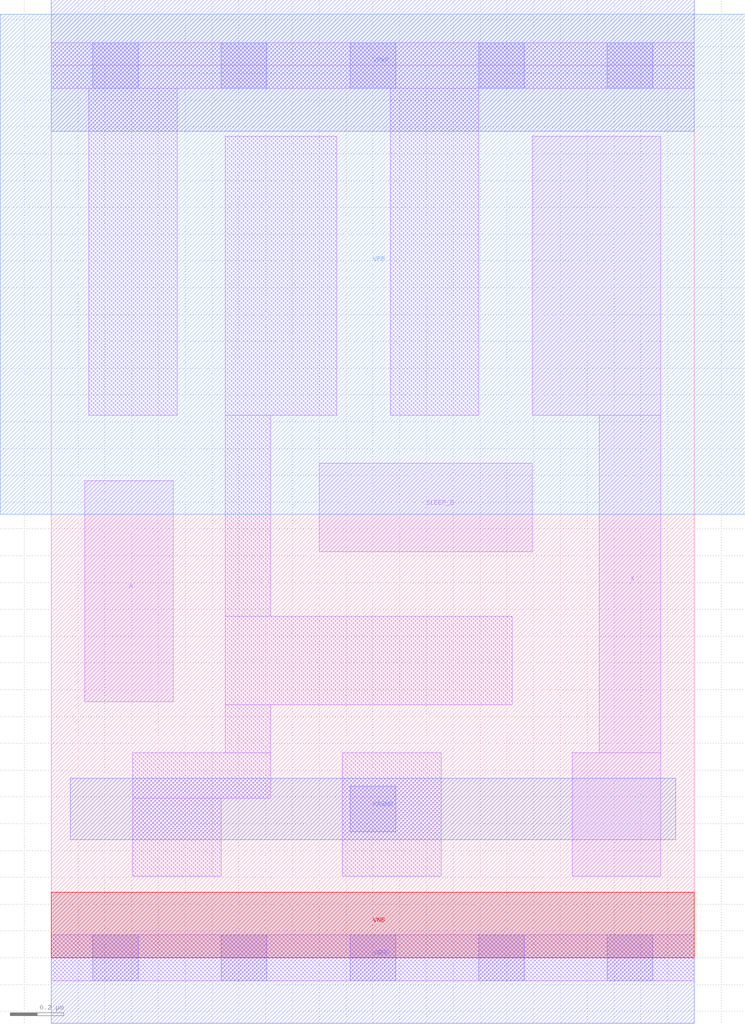
<source format=lef>
# Copyright 2020 The SkyWater PDK Authors
#
# Licensed under the Apache License, Version 2.0 (the "License");
# you may not use this file except in compliance with the License.
# You may obtain a copy of the License at
#
#     https://www.apache.org/licenses/LICENSE-2.0
#
# Unless required by applicable law or agreed to in writing, software
# distributed under the License is distributed on an "AS IS" BASIS,
# WITHOUT WARRANTIES OR CONDITIONS OF ANY KIND, either express or implied.
# See the License for the specific language governing permissions and
# limitations under the License.
#
# SPDX-License-Identifier: Apache-2.0

VERSION 5.7 ;
  NOWIREEXTENSIONATPIN ON ;
  DIVIDERCHAR "/" ;
  BUSBITCHARS "[]" ;
MACRO sky130_fd_sc_lp__iso0n_lp2
  CLASS CORE ;
  FOREIGN sky130_fd_sc_lp__iso0n_lp2 ;
  ORIGIN  0.000000  0.000000 ;
  SIZE  2.400000 BY  3.330000 ;
  SYMMETRY X Y R90 ;
  SITE unit ;
  PIN A
    ANTENNAGATEAREA  0.313000 ;
    DIRECTION INPUT ;
    USE SIGNAL ;
    PORT
      LAYER li1 ;
        RECT 0.125000 0.955000 0.455000 1.780000 ;
    END
  END A
  PIN SLEEP_B
    ANTENNAGATEAREA  0.313000 ;
    DIRECTION INPUT ;
    USE SIGNAL ;
    PORT
      LAYER li1 ;
        RECT 1.000000 1.515000 1.795000 1.845000 ;
    END
  END SLEEP_B
  PIN X
    ANTENNADIFFAREA  0.404700 ;
    DIRECTION OUTPUT ;
    USE SIGNAL ;
    PORT
      LAYER li1 ;
        RECT 1.795000 2.025000 2.275000 3.065000 ;
        RECT 1.945000 0.305000 2.275000 0.765000 ;
        RECT 2.045000 0.765000 2.275000 2.025000 ;
    END
  END X
  PIN KAGND
    USE GROUND ;
    PORT
      LAYER met1 ;
        RECT 0.070000 0.440000 2.330000 0.670000 ;
    END
  END KAGND
  PIN VGND
    DIRECTION INOUT ;
    USE GROUND ;
    PORT
      LAYER met1 ;
        RECT 0.000000 -0.245000 2.400000 0.245000 ;
    END
  END VGND
  PIN VNB
    DIRECTION INOUT ;
    USE GROUND ;
    PORT
      LAYER pwell ;
        RECT 0.000000 0.000000 2.400000 0.245000 ;
    END
  END VNB
  PIN VPB
    DIRECTION INOUT ;
    USE POWER ;
    PORT
      LAYER nwell ;
        RECT -0.190000 1.655000 2.590000 3.520000 ;
    END
  END VPB
  PIN VPWR
    DIRECTION INOUT ;
    USE POWER ;
    PORT
      LAYER met1 ;
        RECT 0.000000 3.085000 2.400000 3.575000 ;
    END
  END VPWR
  OBS
    LAYER li1 ;
      RECT 0.000000 -0.085000 2.400000 0.085000 ;
      RECT 0.000000  3.245000 2.400000 3.415000 ;
      RECT 0.140000  2.025000 0.470000 3.245000 ;
      RECT 0.305000  0.305000 0.635000 0.595000 ;
      RECT 0.305000  0.595000 0.820000 0.765000 ;
      RECT 0.650000  0.765000 0.820000 0.945000 ;
      RECT 0.650000  0.945000 1.720000 1.275000 ;
      RECT 0.650000  1.275000 0.820000 2.025000 ;
      RECT 0.650000  2.025000 1.065000 3.065000 ;
      RECT 1.085000  0.305000 1.455000 0.765000 ;
      RECT 1.265000  2.025000 1.595000 3.245000 ;
    LAYER mcon ;
      RECT 0.155000 -0.085000 0.325000 0.085000 ;
      RECT 0.155000  3.245000 0.325000 3.415000 ;
      RECT 0.635000 -0.085000 0.805000 0.085000 ;
      RECT 0.635000  3.245000 0.805000 3.415000 ;
      RECT 1.115000 -0.085000 1.285000 0.085000 ;
      RECT 1.115000  0.470000 1.285000 0.640000 ;
      RECT 1.115000  3.245000 1.285000 3.415000 ;
      RECT 1.595000 -0.085000 1.765000 0.085000 ;
      RECT 1.595000  3.245000 1.765000 3.415000 ;
      RECT 2.075000 -0.085000 2.245000 0.085000 ;
      RECT 2.075000  3.245000 2.245000 3.415000 ;
  END
END sky130_fd_sc_lp__iso0n_lp2
END LIBRARY

</source>
